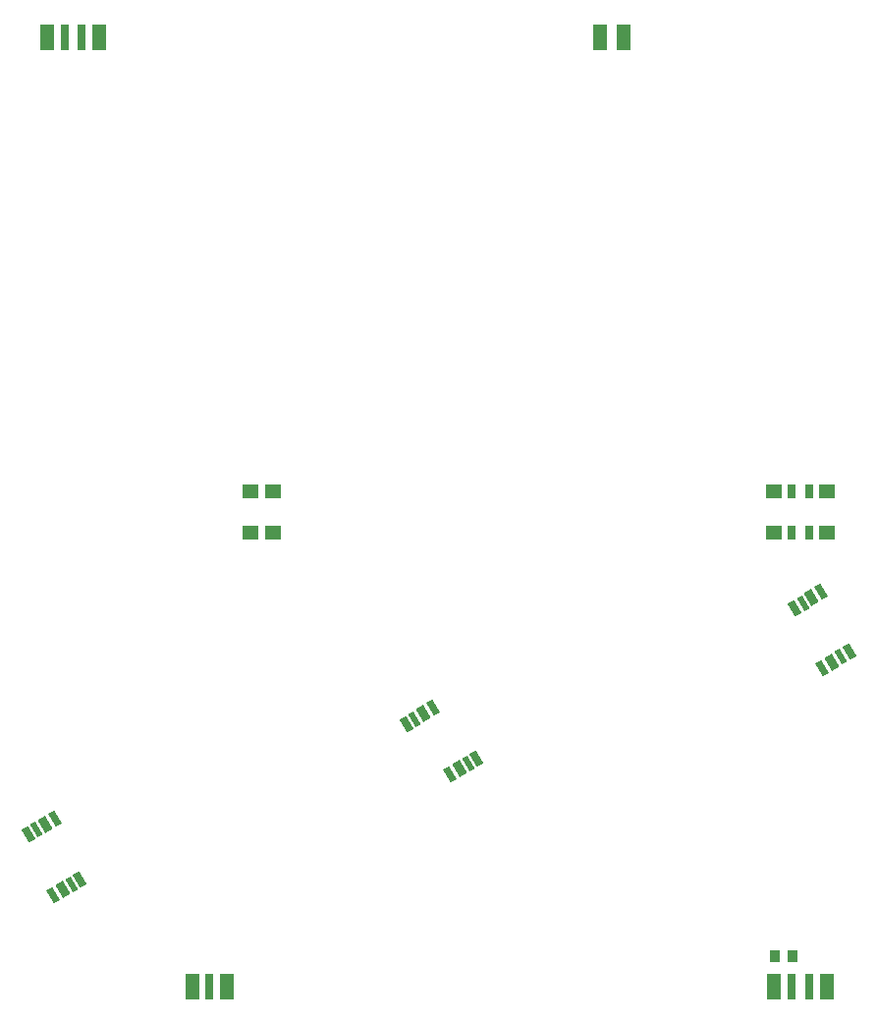
<source format=gbp>
G04*
G04 #@! TF.GenerationSoftware,Altium Limited,Altium Designer,20.0.2 (26)*
G04*
G04 Layer_Color=16770453*
%FSLAX25Y25*%
%MOIN*%
G70*
G01*
G75*
%ADD20R,0.03661X0.03858*%
%ADD26R,0.02756X0.08661*%
%ADD27R,0.05118X0.08661*%
%ADD28R,0.05787X0.04567*%
%ADD29R,0.02756X0.04921*%
G04:AMPARAMS|DCode=62|XSize=23.62mil|YSize=51.18mil|CornerRadius=0mil|HoleSize=0mil|Usage=FLASHONLY|Rotation=211.000|XOffset=0mil|YOffset=0mil|HoleType=Round|Shape=Rectangle|*
%AMROTATEDRECTD62*
4,1,4,-0.00306,0.02802,0.02330,-0.01585,0.00306,-0.02802,-0.02330,0.01585,-0.00306,0.02802,0.0*
%
%ADD62ROTATEDRECTD62*%

G04:AMPARAMS|DCode=63|XSize=29.53mil|YSize=51.18mil|CornerRadius=0mil|HoleSize=0mil|Usage=FLASHONLY|Rotation=211.000|XOffset=0mil|YOffset=0mil|HoleType=Round|Shape=Rectangle|*
%AMROTATEDRECTD63*
4,1,4,-0.00053,0.02954,0.02584,-0.01433,0.00053,-0.02954,-0.02584,0.01433,-0.00053,0.02954,0.0*
%
%ADD63ROTATEDRECTD63*%

G04:AMPARAMS|DCode=64|XSize=19.68mil|YSize=51.18mil|CornerRadius=0mil|HoleSize=0mil|Usage=FLASHONLY|Rotation=211.000|XOffset=0mil|YOffset=0mil|HoleType=Round|Shape=Rectangle|*
%AMROTATEDRECTD64*
4,1,4,-0.00474,0.02701,0.02162,-0.01687,0.00474,-0.02701,-0.02162,0.01687,-0.00474,0.02701,0.0*
%
%ADD64ROTATEDRECTD64*%

G04:AMPARAMS|DCode=65|XSize=25.59mil|YSize=51.18mil|CornerRadius=0mil|HoleSize=0mil|Usage=FLASHONLY|Rotation=211.000|XOffset=0mil|YOffset=0mil|HoleType=Round|Shape=Rectangle|*
%AMROTATEDRECTD65*
4,1,4,-0.00221,0.02853,0.02415,-0.01535,0.00221,-0.02853,-0.02415,0.01535,-0.00221,0.02853,0.0*
%
%ADD65ROTATEDRECTD65*%

D20*
X311535Y-150787D02*
D03*
X317598D02*
D03*
D26*
X76378Y161024D02*
D03*
X70473D02*
D03*
X119685Y-161024D02*
D03*
X323228D02*
D03*
X317323D02*
D03*
D27*
X82284Y161024D02*
D03*
X64567D02*
D03*
X125591Y-161024D02*
D03*
X113779D02*
D03*
X260236Y161024D02*
D03*
X252362D02*
D03*
X329134Y-161024D02*
D03*
X311417D02*
D03*
D28*
X329134Y7087D02*
D03*
X311417D02*
D03*
Y-7087D02*
D03*
X329134D02*
D03*
X141339Y7087D02*
D03*
X141339Y-7087D02*
D03*
X133465Y7087D02*
D03*
X133465Y-7087D02*
D03*
D29*
X317323Y7079D02*
D03*
X323229Y7071D02*
D03*
X317323Y-7087D02*
D03*
X323229Y-7094D02*
D03*
D62*
X66727Y-130035D02*
D03*
X201373Y-89090D02*
D03*
X327751Y-52869D02*
D03*
X67131Y-103824D02*
D03*
X195478Y-66422D02*
D03*
X327367Y-27052D02*
D03*
D63*
X70017Y-128058D02*
D03*
X204663Y-87113D02*
D03*
X331041Y-50892D02*
D03*
X63841Y-105801D02*
D03*
X192187Y-68399D02*
D03*
X324077Y-29029D02*
D03*
D64*
X72970Y-126283D02*
D03*
X207616Y-85338D02*
D03*
X333994Y-49118D02*
D03*
X60888Y-107575D02*
D03*
X189234Y-70173D02*
D03*
X321124Y-30803D02*
D03*
D65*
X75754Y-124610D02*
D03*
X210400Y-83666D02*
D03*
X336778Y-47445D02*
D03*
X58104Y-109248D02*
D03*
X186450Y-71846D02*
D03*
X318340Y-32476D02*
D03*
M02*

</source>
